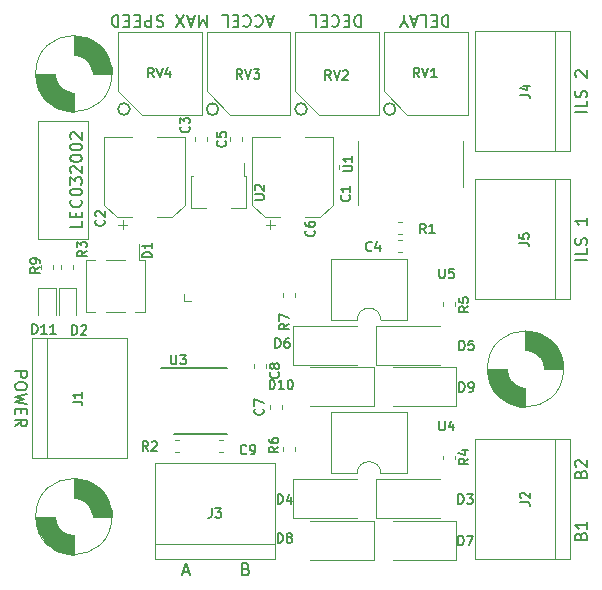
<source format=gto>
G04 #@! TF.GenerationSoftware,KiCad,Pcbnew,6.0.9-8da3e8f707~116~ubuntu20.04.1*
G04 #@! TF.CreationDate,2023-04-19T18:18:49+00:00*
G04 #@! TF.ProjectId,LEC032002,4c454330-3332-4303-9032-2e6b69636164,rev?*
G04 #@! TF.SameCoordinates,Original*
G04 #@! TF.FileFunction,Legend,Top*
G04 #@! TF.FilePolarity,Positive*
%FSLAX46Y46*%
G04 Gerber Fmt 4.6, Leading zero omitted, Abs format (unit mm)*
G04 Created by KiCad (PCBNEW 6.0.9-8da3e8f707~116~ubuntu20.04.1) date 2023-04-19 18:18:49*
%MOMM*%
%LPD*%
G01*
G04 APERTURE LIST*
%ADD10C,0.120000*%
%ADD11C,0.150000*%
%ADD12C,0.200000*%
%ADD13C,0.010000*%
G04 APERTURE END LIST*
D10*
X159750000Y-82750000D02*
X159750000Y-92750000D01*
X159750000Y-92750000D02*
X164000000Y-92750000D01*
X164000000Y-92750000D02*
X164000000Y-82750000D01*
X164000000Y-82750000D02*
X159750000Y-82750000D01*
D11*
X194476190Y-73797619D02*
X194476190Y-74797619D01*
X194238095Y-74797619D01*
X194095238Y-74750000D01*
X194000000Y-74654761D01*
X193952380Y-74559523D01*
X193904761Y-74369047D01*
X193904761Y-74226190D01*
X193952380Y-74035714D01*
X194000000Y-73940476D01*
X194095238Y-73845238D01*
X194238095Y-73797619D01*
X194476190Y-73797619D01*
X193476190Y-74321428D02*
X193142857Y-74321428D01*
X193000000Y-73797619D02*
X193476190Y-73797619D01*
X193476190Y-74797619D01*
X193000000Y-74797619D01*
X192095238Y-73797619D02*
X192571428Y-73797619D01*
X192571428Y-74797619D01*
X191809523Y-74083333D02*
X191333333Y-74083333D01*
X191904761Y-73797619D02*
X191571428Y-74797619D01*
X191238095Y-73797619D01*
X190714285Y-74273809D02*
X190714285Y-73797619D01*
X191047619Y-74797619D02*
X190714285Y-74273809D01*
X190380952Y-74797619D01*
X205678571Y-112654761D02*
X205726190Y-112511904D01*
X205773809Y-112464285D01*
X205869047Y-112416666D01*
X206011904Y-112416666D01*
X206107142Y-112464285D01*
X206154761Y-112511904D01*
X206202380Y-112607142D01*
X206202380Y-112988095D01*
X205202380Y-112988095D01*
X205202380Y-112654761D01*
X205250000Y-112559523D01*
X205297619Y-112511904D01*
X205392857Y-112464285D01*
X205488095Y-112464285D01*
X205583333Y-112511904D01*
X205630952Y-112559523D01*
X205678571Y-112654761D01*
X205678571Y-112988095D01*
X205297619Y-112035714D02*
X205250000Y-111988095D01*
X205202380Y-111892857D01*
X205202380Y-111654761D01*
X205250000Y-111559523D01*
X205297619Y-111511904D01*
X205392857Y-111464285D01*
X205488095Y-111464285D01*
X205630952Y-111511904D01*
X206202380Y-112083333D01*
X206202380Y-111464285D01*
X157797619Y-103940476D02*
X158797619Y-103940476D01*
X158797619Y-104321428D01*
X158750000Y-104416666D01*
X158702380Y-104464285D01*
X158607142Y-104511904D01*
X158464285Y-104511904D01*
X158369047Y-104464285D01*
X158321428Y-104416666D01*
X158273809Y-104321428D01*
X158273809Y-103940476D01*
X158797619Y-105130952D02*
X158797619Y-105321428D01*
X158750000Y-105416666D01*
X158654761Y-105511904D01*
X158464285Y-105559523D01*
X158130952Y-105559523D01*
X157940476Y-105511904D01*
X157845238Y-105416666D01*
X157797619Y-105321428D01*
X157797619Y-105130952D01*
X157845238Y-105035714D01*
X157940476Y-104940476D01*
X158130952Y-104892857D01*
X158464285Y-104892857D01*
X158654761Y-104940476D01*
X158750000Y-105035714D01*
X158797619Y-105130952D01*
X158797619Y-105892857D02*
X157797619Y-106130952D01*
X158511904Y-106321428D01*
X157797619Y-106511904D01*
X158797619Y-106750000D01*
X158321428Y-107130952D02*
X158321428Y-107464285D01*
X157797619Y-107607142D02*
X157797619Y-107130952D01*
X158797619Y-107130952D01*
X158797619Y-107607142D01*
X157797619Y-108607142D02*
X158273809Y-108273809D01*
X157797619Y-108035714D02*
X158797619Y-108035714D01*
X158797619Y-108416666D01*
X158750000Y-108511904D01*
X158702380Y-108559523D01*
X158607142Y-108607142D01*
X158464285Y-108607142D01*
X158369047Y-108559523D01*
X158321428Y-108511904D01*
X158273809Y-108416666D01*
X158273809Y-108035714D01*
X205678571Y-117904761D02*
X205726190Y-117761904D01*
X205773809Y-117714285D01*
X205869047Y-117666666D01*
X206011904Y-117666666D01*
X206107142Y-117714285D01*
X206154761Y-117761904D01*
X206202380Y-117857142D01*
X206202380Y-118238095D01*
X205202380Y-118238095D01*
X205202380Y-117904761D01*
X205250000Y-117809523D01*
X205297619Y-117761904D01*
X205392857Y-117714285D01*
X205488095Y-117714285D01*
X205583333Y-117761904D01*
X205630952Y-117809523D01*
X205678571Y-117904761D01*
X205678571Y-118238095D01*
X206202380Y-116714285D02*
X206202380Y-117285714D01*
X206202380Y-117000000D02*
X205202380Y-117000000D01*
X205345238Y-117095238D01*
X205440476Y-117190476D01*
X205488095Y-117285714D01*
X163452380Y-91250000D02*
X163452380Y-91726190D01*
X162452380Y-91726190D01*
X162928571Y-90916666D02*
X162928571Y-90583333D01*
X163452380Y-90440476D02*
X163452380Y-90916666D01*
X162452380Y-90916666D01*
X162452380Y-90440476D01*
X163357142Y-89440476D02*
X163404761Y-89488095D01*
X163452380Y-89630952D01*
X163452380Y-89726190D01*
X163404761Y-89869047D01*
X163309523Y-89964285D01*
X163214285Y-90011904D01*
X163023809Y-90059523D01*
X162880952Y-90059523D01*
X162690476Y-90011904D01*
X162595238Y-89964285D01*
X162500000Y-89869047D01*
X162452380Y-89726190D01*
X162452380Y-89630952D01*
X162500000Y-89488095D01*
X162547619Y-89440476D01*
X162452380Y-88821428D02*
X162452380Y-88726190D01*
X162500000Y-88630952D01*
X162547619Y-88583333D01*
X162642857Y-88535714D01*
X162833333Y-88488095D01*
X163071428Y-88488095D01*
X163261904Y-88535714D01*
X163357142Y-88583333D01*
X163404761Y-88630952D01*
X163452380Y-88726190D01*
X163452380Y-88821428D01*
X163404761Y-88916666D01*
X163357142Y-88964285D01*
X163261904Y-89011904D01*
X163071428Y-89059523D01*
X162833333Y-89059523D01*
X162642857Y-89011904D01*
X162547619Y-88964285D01*
X162500000Y-88916666D01*
X162452380Y-88821428D01*
X162452380Y-88154761D02*
X162452380Y-87535714D01*
X162833333Y-87869047D01*
X162833333Y-87726190D01*
X162880952Y-87630952D01*
X162928571Y-87583333D01*
X163023809Y-87535714D01*
X163261904Y-87535714D01*
X163357142Y-87583333D01*
X163404761Y-87630952D01*
X163452380Y-87726190D01*
X163452380Y-88011904D01*
X163404761Y-88107142D01*
X163357142Y-88154761D01*
X162547619Y-87154761D02*
X162500000Y-87107142D01*
X162452380Y-87011904D01*
X162452380Y-86773809D01*
X162500000Y-86678571D01*
X162547619Y-86630952D01*
X162642857Y-86583333D01*
X162738095Y-86583333D01*
X162880952Y-86630952D01*
X163452380Y-87202380D01*
X163452380Y-86583333D01*
X162452380Y-85964285D02*
X162452380Y-85869047D01*
X162500000Y-85773809D01*
X162547619Y-85726190D01*
X162642857Y-85678571D01*
X162833333Y-85630952D01*
X163071428Y-85630952D01*
X163261904Y-85678571D01*
X163357142Y-85726190D01*
X163404761Y-85773809D01*
X163452380Y-85869047D01*
X163452380Y-85964285D01*
X163404761Y-86059523D01*
X163357142Y-86107142D01*
X163261904Y-86154761D01*
X163071428Y-86202380D01*
X162833333Y-86202380D01*
X162642857Y-86154761D01*
X162547619Y-86107142D01*
X162500000Y-86059523D01*
X162452380Y-85964285D01*
X162452380Y-85011904D02*
X162452380Y-84916666D01*
X162500000Y-84821428D01*
X162547619Y-84773809D01*
X162642857Y-84726190D01*
X162833333Y-84678571D01*
X163071428Y-84678571D01*
X163261904Y-84726190D01*
X163357142Y-84773809D01*
X163404761Y-84821428D01*
X163452380Y-84916666D01*
X163452380Y-85011904D01*
X163404761Y-85107142D01*
X163357142Y-85154761D01*
X163261904Y-85202380D01*
X163071428Y-85250000D01*
X162833333Y-85250000D01*
X162642857Y-85202380D01*
X162547619Y-85154761D01*
X162500000Y-85107142D01*
X162452380Y-85011904D01*
X162547619Y-84297619D02*
X162500000Y-84250000D01*
X162452380Y-84154761D01*
X162452380Y-83916666D01*
X162500000Y-83821428D01*
X162547619Y-83773809D01*
X162642857Y-83726190D01*
X162738095Y-83726190D01*
X162880952Y-83773809D01*
X163452380Y-84345238D01*
X163452380Y-83726190D01*
X177321428Y-120678571D02*
X177464285Y-120726190D01*
X177511904Y-120773809D01*
X177559523Y-120869047D01*
X177559523Y-121011904D01*
X177511904Y-121107142D01*
X177464285Y-121154761D01*
X177369047Y-121202380D01*
X176988095Y-121202380D01*
X176988095Y-120202380D01*
X177321428Y-120202380D01*
X177416666Y-120250000D01*
X177464285Y-120297619D01*
X177511904Y-120392857D01*
X177511904Y-120488095D01*
X177464285Y-120583333D01*
X177416666Y-120630952D01*
X177321428Y-120678571D01*
X176988095Y-120678571D01*
X206202380Y-94488095D02*
X205202380Y-94488095D01*
X206202380Y-93535714D02*
X206202380Y-94011904D01*
X205202380Y-94011904D01*
X206154761Y-93250000D02*
X206202380Y-93107142D01*
X206202380Y-92869047D01*
X206154761Y-92773809D01*
X206107142Y-92726190D01*
X206011904Y-92678571D01*
X205916666Y-92678571D01*
X205821428Y-92726190D01*
X205773809Y-92773809D01*
X205726190Y-92869047D01*
X205678571Y-93059523D01*
X205630952Y-93154761D01*
X205583333Y-93202380D01*
X205488095Y-93250000D01*
X205392857Y-93250000D01*
X205297619Y-93202380D01*
X205250000Y-93154761D01*
X205202380Y-93059523D01*
X205202380Y-92821428D01*
X205250000Y-92678571D01*
X206202380Y-90964285D02*
X206202380Y-91535714D01*
X206202380Y-91250000D02*
X205202380Y-91250000D01*
X205345238Y-91345238D01*
X205440476Y-91440476D01*
X205488095Y-91535714D01*
X172011904Y-120916666D02*
X172488095Y-120916666D01*
X171916666Y-121202380D02*
X172250000Y-120202380D01*
X172583333Y-121202380D01*
X206202380Y-81988095D02*
X205202380Y-81988095D01*
X206202380Y-81035714D02*
X206202380Y-81511904D01*
X205202380Y-81511904D01*
X206154761Y-80750000D02*
X206202380Y-80607142D01*
X206202380Y-80369047D01*
X206154761Y-80273809D01*
X206107142Y-80226190D01*
X206011904Y-80178571D01*
X205916666Y-80178571D01*
X205821428Y-80226190D01*
X205773809Y-80273809D01*
X205726190Y-80369047D01*
X205678571Y-80559523D01*
X205630952Y-80654761D01*
X205583333Y-80702380D01*
X205488095Y-80750000D01*
X205392857Y-80750000D01*
X205297619Y-80702380D01*
X205250000Y-80654761D01*
X205202380Y-80559523D01*
X205202380Y-80321428D01*
X205250000Y-80178571D01*
X205297619Y-79035714D02*
X205250000Y-78988095D01*
X205202380Y-78892857D01*
X205202380Y-78654761D01*
X205250000Y-78559523D01*
X205297619Y-78511904D01*
X205392857Y-78464285D01*
X205488095Y-78464285D01*
X205630952Y-78511904D01*
X206202380Y-79083333D01*
X206202380Y-78464285D01*
X174000000Y-73797619D02*
X174000000Y-74797619D01*
X173666666Y-74083333D01*
X173333333Y-74797619D01*
X173333333Y-73797619D01*
X172904761Y-74083333D02*
X172428571Y-74083333D01*
X173000000Y-73797619D02*
X172666666Y-74797619D01*
X172333333Y-73797619D01*
X172095238Y-74797619D02*
X171428571Y-73797619D01*
X171428571Y-74797619D02*
X172095238Y-73797619D01*
X170333333Y-73845238D02*
X170190476Y-73797619D01*
X169952380Y-73797619D01*
X169857142Y-73845238D01*
X169809523Y-73892857D01*
X169761904Y-73988095D01*
X169761904Y-74083333D01*
X169809523Y-74178571D01*
X169857142Y-74226190D01*
X169952380Y-74273809D01*
X170142857Y-74321428D01*
X170238095Y-74369047D01*
X170285714Y-74416666D01*
X170333333Y-74511904D01*
X170333333Y-74607142D01*
X170285714Y-74702380D01*
X170238095Y-74750000D01*
X170142857Y-74797619D01*
X169904761Y-74797619D01*
X169761904Y-74750000D01*
X169333333Y-73797619D02*
X169333333Y-74797619D01*
X168952380Y-74797619D01*
X168857142Y-74750000D01*
X168809523Y-74702380D01*
X168761904Y-74607142D01*
X168761904Y-74464285D01*
X168809523Y-74369047D01*
X168857142Y-74321428D01*
X168952380Y-74273809D01*
X169333333Y-74273809D01*
X168333333Y-74321428D02*
X168000000Y-74321428D01*
X167857142Y-73797619D02*
X168333333Y-73797619D01*
X168333333Y-74797619D01*
X167857142Y-74797619D01*
X167428571Y-74321428D02*
X167095238Y-74321428D01*
X166952380Y-73797619D02*
X167428571Y-73797619D01*
X167428571Y-74797619D01*
X166952380Y-74797619D01*
X166523809Y-73797619D02*
X166523809Y-74797619D01*
X166285714Y-74797619D01*
X166142857Y-74750000D01*
X166047619Y-74654761D01*
X166000000Y-74559523D01*
X165952380Y-74369047D01*
X165952380Y-74226190D01*
X166000000Y-74035714D01*
X166047619Y-73940476D01*
X166142857Y-73845238D01*
X166285714Y-73797619D01*
X166523809Y-73797619D01*
X187071428Y-73797619D02*
X187071428Y-74797619D01*
X186833333Y-74797619D01*
X186690476Y-74750000D01*
X186595238Y-74654761D01*
X186547619Y-74559523D01*
X186500000Y-74369047D01*
X186500000Y-74226190D01*
X186547619Y-74035714D01*
X186595238Y-73940476D01*
X186690476Y-73845238D01*
X186833333Y-73797619D01*
X187071428Y-73797619D01*
X186071428Y-74321428D02*
X185738095Y-74321428D01*
X185595238Y-73797619D02*
X186071428Y-73797619D01*
X186071428Y-74797619D01*
X185595238Y-74797619D01*
X184595238Y-73892857D02*
X184642857Y-73845238D01*
X184785714Y-73797619D01*
X184880952Y-73797619D01*
X185023809Y-73845238D01*
X185119047Y-73940476D01*
X185166666Y-74035714D01*
X185214285Y-74226190D01*
X185214285Y-74369047D01*
X185166666Y-74559523D01*
X185119047Y-74654761D01*
X185023809Y-74750000D01*
X184880952Y-74797619D01*
X184785714Y-74797619D01*
X184642857Y-74750000D01*
X184595238Y-74702380D01*
X184166666Y-74321428D02*
X183833333Y-74321428D01*
X183690476Y-73797619D02*
X184166666Y-73797619D01*
X184166666Y-74797619D01*
X183690476Y-74797619D01*
X182785714Y-73797619D02*
X183261904Y-73797619D01*
X183261904Y-74797619D01*
X179595238Y-74083333D02*
X179119047Y-74083333D01*
X179690476Y-73797619D02*
X179357142Y-74797619D01*
X179023809Y-73797619D01*
X178119047Y-73892857D02*
X178166666Y-73845238D01*
X178309523Y-73797619D01*
X178404761Y-73797619D01*
X178547619Y-73845238D01*
X178642857Y-73940476D01*
X178690476Y-74035714D01*
X178738095Y-74226190D01*
X178738095Y-74369047D01*
X178690476Y-74559523D01*
X178642857Y-74654761D01*
X178547619Y-74750000D01*
X178404761Y-74797619D01*
X178309523Y-74797619D01*
X178166666Y-74750000D01*
X178119047Y-74702380D01*
X177119047Y-73892857D02*
X177166666Y-73845238D01*
X177309523Y-73797619D01*
X177404761Y-73797619D01*
X177547619Y-73845238D01*
X177642857Y-73940476D01*
X177690476Y-74035714D01*
X177738095Y-74226190D01*
X177738095Y-74369047D01*
X177690476Y-74559523D01*
X177642857Y-74654761D01*
X177547619Y-74750000D01*
X177404761Y-74797619D01*
X177309523Y-74797619D01*
X177166666Y-74750000D01*
X177119047Y-74702380D01*
X176690476Y-74321428D02*
X176357142Y-74321428D01*
X176214285Y-73797619D02*
X176690476Y-73797619D01*
X176690476Y-74797619D01*
X176214285Y-74797619D01*
X175309523Y-73797619D02*
X175785714Y-73797619D01*
X175785714Y-74797619D01*
G04 #@! TO.C,C1*
X186085714Y-89033333D02*
X186123809Y-89071428D01*
X186161904Y-89185714D01*
X186161904Y-89261904D01*
X186123809Y-89376190D01*
X186047619Y-89452380D01*
X185971428Y-89490476D01*
X185819047Y-89528571D01*
X185704761Y-89528571D01*
X185552380Y-89490476D01*
X185476190Y-89452380D01*
X185400000Y-89376190D01*
X185361904Y-89261904D01*
X185361904Y-89185714D01*
X185400000Y-89071428D01*
X185438095Y-89033333D01*
X186161904Y-88271428D02*
X186161904Y-88728571D01*
X186161904Y-88500000D02*
X185361904Y-88500000D01*
X185476190Y-88576190D01*
X185552380Y-88652380D01*
X185590476Y-88728571D01*
G04 #@! TO.C,C2*
X165285714Y-91133333D02*
X165323809Y-91171428D01*
X165361904Y-91285714D01*
X165361904Y-91361904D01*
X165323809Y-91476190D01*
X165247619Y-91552380D01*
X165171428Y-91590476D01*
X165019047Y-91628571D01*
X164904761Y-91628571D01*
X164752380Y-91590476D01*
X164676190Y-91552380D01*
X164600000Y-91476190D01*
X164561904Y-91361904D01*
X164561904Y-91285714D01*
X164600000Y-91171428D01*
X164638095Y-91133333D01*
X164638095Y-90828571D02*
X164600000Y-90790476D01*
X164561904Y-90714285D01*
X164561904Y-90523809D01*
X164600000Y-90447619D01*
X164638095Y-90409523D01*
X164714285Y-90371428D01*
X164790476Y-90371428D01*
X164904761Y-90409523D01*
X165361904Y-90866666D01*
X165361904Y-90371428D01*
G04 #@! TO.C,C3*
X172485714Y-83233333D02*
X172523809Y-83271428D01*
X172561904Y-83385714D01*
X172561904Y-83461904D01*
X172523809Y-83576190D01*
X172447619Y-83652380D01*
X172371428Y-83690476D01*
X172219047Y-83728571D01*
X172104761Y-83728571D01*
X171952380Y-83690476D01*
X171876190Y-83652380D01*
X171800000Y-83576190D01*
X171761904Y-83461904D01*
X171761904Y-83385714D01*
X171800000Y-83271428D01*
X171838095Y-83233333D01*
X171761904Y-82966666D02*
X171761904Y-82471428D01*
X172066666Y-82738095D01*
X172066666Y-82623809D01*
X172104761Y-82547619D01*
X172142857Y-82509523D01*
X172219047Y-82471428D01*
X172409523Y-82471428D01*
X172485714Y-82509523D01*
X172523809Y-82547619D01*
X172561904Y-82623809D01*
X172561904Y-82852380D01*
X172523809Y-82928571D01*
X172485714Y-82966666D01*
G04 #@! TO.C,C4*
X187966666Y-93685714D02*
X187928571Y-93723809D01*
X187814285Y-93761904D01*
X187738095Y-93761904D01*
X187623809Y-93723809D01*
X187547619Y-93647619D01*
X187509523Y-93571428D01*
X187471428Y-93419047D01*
X187471428Y-93304761D01*
X187509523Y-93152380D01*
X187547619Y-93076190D01*
X187623809Y-93000000D01*
X187738095Y-92961904D01*
X187814285Y-92961904D01*
X187928571Y-93000000D01*
X187966666Y-93038095D01*
X188652380Y-93228571D02*
X188652380Y-93761904D01*
X188461904Y-92923809D02*
X188271428Y-93495238D01*
X188766666Y-93495238D01*
G04 #@! TO.C,C5*
X175585714Y-84433333D02*
X175623809Y-84471428D01*
X175661904Y-84585714D01*
X175661904Y-84661904D01*
X175623809Y-84776190D01*
X175547619Y-84852380D01*
X175471428Y-84890476D01*
X175319047Y-84928571D01*
X175204761Y-84928571D01*
X175052380Y-84890476D01*
X174976190Y-84852380D01*
X174900000Y-84776190D01*
X174861904Y-84661904D01*
X174861904Y-84585714D01*
X174900000Y-84471428D01*
X174938095Y-84433333D01*
X174861904Y-83709523D02*
X174861904Y-84090476D01*
X175242857Y-84128571D01*
X175204761Y-84090476D01*
X175166666Y-84014285D01*
X175166666Y-83823809D01*
X175204761Y-83747619D01*
X175242857Y-83709523D01*
X175319047Y-83671428D01*
X175509523Y-83671428D01*
X175585714Y-83709523D01*
X175623809Y-83747619D01*
X175661904Y-83823809D01*
X175661904Y-84014285D01*
X175623809Y-84090476D01*
X175585714Y-84128571D01*
G04 #@! TO.C,C6*
X183085714Y-92033333D02*
X183123809Y-92071428D01*
X183161904Y-92185714D01*
X183161904Y-92261904D01*
X183123809Y-92376190D01*
X183047619Y-92452380D01*
X182971428Y-92490476D01*
X182819047Y-92528571D01*
X182704761Y-92528571D01*
X182552380Y-92490476D01*
X182476190Y-92452380D01*
X182400000Y-92376190D01*
X182361904Y-92261904D01*
X182361904Y-92185714D01*
X182400000Y-92071428D01*
X182438095Y-92033333D01*
X182361904Y-91347619D02*
X182361904Y-91500000D01*
X182400000Y-91576190D01*
X182438095Y-91614285D01*
X182552380Y-91690476D01*
X182704761Y-91728571D01*
X183009523Y-91728571D01*
X183085714Y-91690476D01*
X183123809Y-91652380D01*
X183161904Y-91576190D01*
X183161904Y-91423809D01*
X183123809Y-91347619D01*
X183085714Y-91309523D01*
X183009523Y-91271428D01*
X182819047Y-91271428D01*
X182742857Y-91309523D01*
X182704761Y-91347619D01*
X182666666Y-91423809D01*
X182666666Y-91576190D01*
X182704761Y-91652380D01*
X182742857Y-91690476D01*
X182819047Y-91728571D01*
G04 #@! TO.C,C7*
X178755714Y-107133333D02*
X178793809Y-107171428D01*
X178831904Y-107285714D01*
X178831904Y-107361904D01*
X178793809Y-107476190D01*
X178717619Y-107552380D01*
X178641428Y-107590476D01*
X178489047Y-107628571D01*
X178374761Y-107628571D01*
X178222380Y-107590476D01*
X178146190Y-107552380D01*
X178070000Y-107476190D01*
X178031904Y-107361904D01*
X178031904Y-107285714D01*
X178070000Y-107171428D01*
X178108095Y-107133333D01*
X178031904Y-106866666D02*
X178031904Y-106333333D01*
X178831904Y-106676190D01*
G04 #@! TO.C,C8*
X180085714Y-104033333D02*
X180123809Y-104071428D01*
X180161904Y-104185714D01*
X180161904Y-104261904D01*
X180123809Y-104376190D01*
X180047619Y-104452380D01*
X179971428Y-104490476D01*
X179819047Y-104528571D01*
X179704761Y-104528571D01*
X179552380Y-104490476D01*
X179476190Y-104452380D01*
X179400000Y-104376190D01*
X179361904Y-104261904D01*
X179361904Y-104185714D01*
X179400000Y-104071428D01*
X179438095Y-104033333D01*
X179704761Y-103576190D02*
X179666666Y-103652380D01*
X179628571Y-103690476D01*
X179552380Y-103728571D01*
X179514285Y-103728571D01*
X179438095Y-103690476D01*
X179400000Y-103652380D01*
X179361904Y-103576190D01*
X179361904Y-103423809D01*
X179400000Y-103347619D01*
X179438095Y-103309523D01*
X179514285Y-103271428D01*
X179552380Y-103271428D01*
X179628571Y-103309523D01*
X179666666Y-103347619D01*
X179704761Y-103423809D01*
X179704761Y-103576190D01*
X179742857Y-103652380D01*
X179780952Y-103690476D01*
X179857142Y-103728571D01*
X180009523Y-103728571D01*
X180085714Y-103690476D01*
X180123809Y-103652380D01*
X180161904Y-103576190D01*
X180161904Y-103423809D01*
X180123809Y-103347619D01*
X180085714Y-103309523D01*
X180009523Y-103271428D01*
X179857142Y-103271428D01*
X179780952Y-103309523D01*
X179742857Y-103347619D01*
X179704761Y-103423809D01*
G04 #@! TO.C,C9*
X177366666Y-110885714D02*
X177328571Y-110923809D01*
X177214285Y-110961904D01*
X177138095Y-110961904D01*
X177023809Y-110923809D01*
X176947619Y-110847619D01*
X176909523Y-110771428D01*
X176871428Y-110619047D01*
X176871428Y-110504761D01*
X176909523Y-110352380D01*
X176947619Y-110276190D01*
X177023809Y-110200000D01*
X177138095Y-110161904D01*
X177214285Y-110161904D01*
X177328571Y-110200000D01*
X177366666Y-110238095D01*
X177747619Y-110961904D02*
X177900000Y-110961904D01*
X177976190Y-110923809D01*
X178014285Y-110885714D01*
X178090476Y-110771428D01*
X178128571Y-110619047D01*
X178128571Y-110314285D01*
X178090476Y-110238095D01*
X178052380Y-110200000D01*
X177976190Y-110161904D01*
X177823809Y-110161904D01*
X177747619Y-110200000D01*
X177709523Y-110238095D01*
X177671428Y-110314285D01*
X177671428Y-110504761D01*
X177709523Y-110580952D01*
X177747619Y-110619047D01*
X177823809Y-110657142D01*
X177976190Y-110657142D01*
X178052380Y-110619047D01*
X178090476Y-110580952D01*
X178128571Y-110504761D01*
G04 #@! TO.C,D1*
X169361904Y-94290476D02*
X168561904Y-94290476D01*
X168561904Y-94100000D01*
X168600000Y-93985714D01*
X168676190Y-93909523D01*
X168752380Y-93871428D01*
X168904761Y-93833333D01*
X169019047Y-93833333D01*
X169171428Y-93871428D01*
X169247619Y-93909523D01*
X169323809Y-93985714D01*
X169361904Y-94100000D01*
X169361904Y-94290476D01*
X169361904Y-93071428D02*
X169361904Y-93528571D01*
X169361904Y-93300000D02*
X168561904Y-93300000D01*
X168676190Y-93376190D01*
X168752380Y-93452380D01*
X168790476Y-93528571D01*
G04 #@! TO.C,D11*
X159228571Y-100761904D02*
X159228571Y-99961904D01*
X159419047Y-99961904D01*
X159533333Y-100000000D01*
X159609523Y-100076190D01*
X159647619Y-100152380D01*
X159685714Y-100304761D01*
X159685714Y-100419047D01*
X159647619Y-100571428D01*
X159609523Y-100647619D01*
X159533333Y-100723809D01*
X159419047Y-100761904D01*
X159228571Y-100761904D01*
X160447619Y-100761904D02*
X159990476Y-100761904D01*
X160219047Y-100761904D02*
X160219047Y-99961904D01*
X160142857Y-100076190D01*
X160066666Y-100152380D01*
X159990476Y-100190476D01*
X161209523Y-100761904D02*
X160752380Y-100761904D01*
X160980952Y-100761904D02*
X160980952Y-99961904D01*
X160904761Y-100076190D01*
X160828571Y-100152380D01*
X160752380Y-100190476D01*
G04 #@! TO.C,D3*
X195309523Y-115161904D02*
X195309523Y-114361904D01*
X195500000Y-114361904D01*
X195614285Y-114400000D01*
X195690476Y-114476190D01*
X195728571Y-114552380D01*
X195766666Y-114704761D01*
X195766666Y-114819047D01*
X195728571Y-114971428D01*
X195690476Y-115047619D01*
X195614285Y-115123809D01*
X195500000Y-115161904D01*
X195309523Y-115161904D01*
X196033333Y-114361904D02*
X196528571Y-114361904D01*
X196261904Y-114666666D01*
X196376190Y-114666666D01*
X196452380Y-114704761D01*
X196490476Y-114742857D01*
X196528571Y-114819047D01*
X196528571Y-115009523D01*
X196490476Y-115085714D01*
X196452380Y-115123809D01*
X196376190Y-115161904D01*
X196147619Y-115161904D01*
X196071428Y-115123809D01*
X196033333Y-115085714D01*
G04 #@! TO.C,D4*
X180009523Y-115161904D02*
X180009523Y-114361904D01*
X180200000Y-114361904D01*
X180314285Y-114400000D01*
X180390476Y-114476190D01*
X180428571Y-114552380D01*
X180466666Y-114704761D01*
X180466666Y-114819047D01*
X180428571Y-114971428D01*
X180390476Y-115047619D01*
X180314285Y-115123809D01*
X180200000Y-115161904D01*
X180009523Y-115161904D01*
X181152380Y-114628571D02*
X181152380Y-115161904D01*
X180961904Y-114323809D02*
X180771428Y-114895238D01*
X181266666Y-114895238D01*
G04 #@! TO.C,D5*
X195409523Y-102161904D02*
X195409523Y-101361904D01*
X195600000Y-101361904D01*
X195714285Y-101400000D01*
X195790476Y-101476190D01*
X195828571Y-101552380D01*
X195866666Y-101704761D01*
X195866666Y-101819047D01*
X195828571Y-101971428D01*
X195790476Y-102047619D01*
X195714285Y-102123809D01*
X195600000Y-102161904D01*
X195409523Y-102161904D01*
X196590476Y-101361904D02*
X196209523Y-101361904D01*
X196171428Y-101742857D01*
X196209523Y-101704761D01*
X196285714Y-101666666D01*
X196476190Y-101666666D01*
X196552380Y-101704761D01*
X196590476Y-101742857D01*
X196628571Y-101819047D01*
X196628571Y-102009523D01*
X196590476Y-102085714D01*
X196552380Y-102123809D01*
X196476190Y-102161904D01*
X196285714Y-102161904D01*
X196209523Y-102123809D01*
X196171428Y-102085714D01*
G04 #@! TO.C,D6*
X179809523Y-101961904D02*
X179809523Y-101161904D01*
X180000000Y-101161904D01*
X180114285Y-101200000D01*
X180190476Y-101276190D01*
X180228571Y-101352380D01*
X180266666Y-101504761D01*
X180266666Y-101619047D01*
X180228571Y-101771428D01*
X180190476Y-101847619D01*
X180114285Y-101923809D01*
X180000000Y-101961904D01*
X179809523Y-101961904D01*
X180952380Y-101161904D02*
X180800000Y-101161904D01*
X180723809Y-101200000D01*
X180685714Y-101238095D01*
X180609523Y-101352380D01*
X180571428Y-101504761D01*
X180571428Y-101809523D01*
X180609523Y-101885714D01*
X180647619Y-101923809D01*
X180723809Y-101961904D01*
X180876190Y-101961904D01*
X180952380Y-101923809D01*
X180990476Y-101885714D01*
X181028571Y-101809523D01*
X181028571Y-101619047D01*
X180990476Y-101542857D01*
X180952380Y-101504761D01*
X180876190Y-101466666D01*
X180723809Y-101466666D01*
X180647619Y-101504761D01*
X180609523Y-101542857D01*
X180571428Y-101619047D01*
G04 #@! TO.C,D7*
X195309523Y-118661904D02*
X195309523Y-117861904D01*
X195500000Y-117861904D01*
X195614285Y-117900000D01*
X195690476Y-117976190D01*
X195728571Y-118052380D01*
X195766666Y-118204761D01*
X195766666Y-118319047D01*
X195728571Y-118471428D01*
X195690476Y-118547619D01*
X195614285Y-118623809D01*
X195500000Y-118661904D01*
X195309523Y-118661904D01*
X196033333Y-117861904D02*
X196566666Y-117861904D01*
X196223809Y-118661904D01*
G04 #@! TO.C,D8*
X180009523Y-118461904D02*
X180009523Y-117661904D01*
X180200000Y-117661904D01*
X180314285Y-117700000D01*
X180390476Y-117776190D01*
X180428571Y-117852380D01*
X180466666Y-118004761D01*
X180466666Y-118119047D01*
X180428571Y-118271428D01*
X180390476Y-118347619D01*
X180314285Y-118423809D01*
X180200000Y-118461904D01*
X180009523Y-118461904D01*
X180923809Y-118004761D02*
X180847619Y-117966666D01*
X180809523Y-117928571D01*
X180771428Y-117852380D01*
X180771428Y-117814285D01*
X180809523Y-117738095D01*
X180847619Y-117700000D01*
X180923809Y-117661904D01*
X181076190Y-117661904D01*
X181152380Y-117700000D01*
X181190476Y-117738095D01*
X181228571Y-117814285D01*
X181228571Y-117852380D01*
X181190476Y-117928571D01*
X181152380Y-117966666D01*
X181076190Y-118004761D01*
X180923809Y-118004761D01*
X180847619Y-118042857D01*
X180809523Y-118080952D01*
X180771428Y-118157142D01*
X180771428Y-118309523D01*
X180809523Y-118385714D01*
X180847619Y-118423809D01*
X180923809Y-118461904D01*
X181076190Y-118461904D01*
X181152380Y-118423809D01*
X181190476Y-118385714D01*
X181228571Y-118309523D01*
X181228571Y-118157142D01*
X181190476Y-118080952D01*
X181152380Y-118042857D01*
X181076190Y-118004761D01*
G04 #@! TO.C,D9*
X195409523Y-105661904D02*
X195409523Y-104861904D01*
X195600000Y-104861904D01*
X195714285Y-104900000D01*
X195790476Y-104976190D01*
X195828571Y-105052380D01*
X195866666Y-105204761D01*
X195866666Y-105319047D01*
X195828571Y-105471428D01*
X195790476Y-105547619D01*
X195714285Y-105623809D01*
X195600000Y-105661904D01*
X195409523Y-105661904D01*
X196247619Y-105661904D02*
X196400000Y-105661904D01*
X196476190Y-105623809D01*
X196514285Y-105585714D01*
X196590476Y-105471428D01*
X196628571Y-105319047D01*
X196628571Y-105014285D01*
X196590476Y-104938095D01*
X196552380Y-104900000D01*
X196476190Y-104861904D01*
X196323809Y-104861904D01*
X196247619Y-104900000D01*
X196209523Y-104938095D01*
X196171428Y-105014285D01*
X196171428Y-105204761D01*
X196209523Y-105280952D01*
X196247619Y-105319047D01*
X196323809Y-105357142D01*
X196476190Y-105357142D01*
X196552380Y-105319047D01*
X196590476Y-105280952D01*
X196628571Y-105204761D01*
G04 #@! TO.C,D10*
X179328571Y-105461904D02*
X179328571Y-104661904D01*
X179519047Y-104661904D01*
X179633333Y-104700000D01*
X179709523Y-104776190D01*
X179747619Y-104852380D01*
X179785714Y-105004761D01*
X179785714Y-105119047D01*
X179747619Y-105271428D01*
X179709523Y-105347619D01*
X179633333Y-105423809D01*
X179519047Y-105461904D01*
X179328571Y-105461904D01*
X180547619Y-105461904D02*
X180090476Y-105461904D01*
X180319047Y-105461904D02*
X180319047Y-104661904D01*
X180242857Y-104776190D01*
X180166666Y-104852380D01*
X180090476Y-104890476D01*
X181042857Y-104661904D02*
X181119047Y-104661904D01*
X181195238Y-104700000D01*
X181233333Y-104738095D01*
X181271428Y-104814285D01*
X181309523Y-104966666D01*
X181309523Y-105157142D01*
X181271428Y-105309523D01*
X181233333Y-105385714D01*
X181195238Y-105423809D01*
X181119047Y-105461904D01*
X181042857Y-105461904D01*
X180966666Y-105423809D01*
X180928571Y-105385714D01*
X180890476Y-105309523D01*
X180852380Y-105157142D01*
X180852380Y-104966666D01*
X180890476Y-104814285D01*
X180928571Y-104738095D01*
X180966666Y-104700000D01*
X181042857Y-104661904D01*
G04 #@! TO.C,J1*
X162661904Y-106516666D02*
X163233333Y-106516666D01*
X163347619Y-106554761D01*
X163423809Y-106630952D01*
X163461904Y-106745238D01*
X163461904Y-106821428D01*
X163461904Y-105716666D02*
X163461904Y-106173809D01*
X163461904Y-105945238D02*
X162661904Y-105945238D01*
X162776190Y-106021428D01*
X162852380Y-106097619D01*
X162890476Y-106173809D01*
G04 #@! TO.C,J2*
X200561904Y-115016666D02*
X201133333Y-115016666D01*
X201247619Y-115054761D01*
X201323809Y-115130952D01*
X201361904Y-115245238D01*
X201361904Y-115321428D01*
X200638095Y-114673809D02*
X200600000Y-114635714D01*
X200561904Y-114559523D01*
X200561904Y-114369047D01*
X200600000Y-114292857D01*
X200638095Y-114254761D01*
X200714285Y-114216666D01*
X200790476Y-114216666D01*
X200904761Y-114254761D01*
X201361904Y-114711904D01*
X201361904Y-114216666D01*
G04 #@! TO.C,J3*
X174433333Y-115561904D02*
X174433333Y-116133333D01*
X174395238Y-116247619D01*
X174319047Y-116323809D01*
X174204761Y-116361904D01*
X174128571Y-116361904D01*
X174738095Y-115561904D02*
X175233333Y-115561904D01*
X174966666Y-115866666D01*
X175080952Y-115866666D01*
X175157142Y-115904761D01*
X175195238Y-115942857D01*
X175233333Y-116019047D01*
X175233333Y-116209523D01*
X175195238Y-116285714D01*
X175157142Y-116323809D01*
X175080952Y-116361904D01*
X174852380Y-116361904D01*
X174776190Y-116323809D01*
X174738095Y-116285714D01*
G04 #@! TO.C,J4*
X200561904Y-80516666D02*
X201133333Y-80516666D01*
X201247619Y-80554761D01*
X201323809Y-80630952D01*
X201361904Y-80745238D01*
X201361904Y-80821428D01*
X200828571Y-79792857D02*
X201361904Y-79792857D01*
X200523809Y-79983333D02*
X201095238Y-80173809D01*
X201095238Y-79678571D01*
G04 #@! TO.C,J5*
X200461904Y-93066666D02*
X201033333Y-93066666D01*
X201147619Y-93104761D01*
X201223809Y-93180952D01*
X201261904Y-93295238D01*
X201261904Y-93371428D01*
X200461904Y-92304761D02*
X200461904Y-92685714D01*
X200842857Y-92723809D01*
X200804761Y-92685714D01*
X200766666Y-92609523D01*
X200766666Y-92419047D01*
X200804761Y-92342857D01*
X200842857Y-92304761D01*
X200919047Y-92266666D01*
X201109523Y-92266666D01*
X201185714Y-92304761D01*
X201223809Y-92342857D01*
X201261904Y-92419047D01*
X201261904Y-92609523D01*
X201223809Y-92685714D01*
X201185714Y-92723809D01*
G04 #@! TO.C,R1*
X192566666Y-92261904D02*
X192300000Y-91880952D01*
X192109523Y-92261904D02*
X192109523Y-91461904D01*
X192414285Y-91461904D01*
X192490476Y-91500000D01*
X192528571Y-91538095D01*
X192566666Y-91614285D01*
X192566666Y-91728571D01*
X192528571Y-91804761D01*
X192490476Y-91842857D01*
X192414285Y-91880952D01*
X192109523Y-91880952D01*
X193328571Y-92261904D02*
X192871428Y-92261904D01*
X193100000Y-92261904D02*
X193100000Y-91461904D01*
X193023809Y-91576190D01*
X192947619Y-91652380D01*
X192871428Y-91690476D01*
G04 #@! TO.C,R2*
X169066666Y-110661904D02*
X168800000Y-110280952D01*
X168609523Y-110661904D02*
X168609523Y-109861904D01*
X168914285Y-109861904D01*
X168990476Y-109900000D01*
X169028571Y-109938095D01*
X169066666Y-110014285D01*
X169066666Y-110128571D01*
X169028571Y-110204761D01*
X168990476Y-110242857D01*
X168914285Y-110280952D01*
X168609523Y-110280952D01*
X169371428Y-109938095D02*
X169409523Y-109900000D01*
X169485714Y-109861904D01*
X169676190Y-109861904D01*
X169752380Y-109900000D01*
X169790476Y-109938095D01*
X169828571Y-110014285D01*
X169828571Y-110090476D01*
X169790476Y-110204761D01*
X169333333Y-110661904D01*
X169828571Y-110661904D01*
G04 #@! TO.C,R3*
X163861904Y-93733333D02*
X163480952Y-94000000D01*
X163861904Y-94190476D02*
X163061904Y-94190476D01*
X163061904Y-93885714D01*
X163100000Y-93809523D01*
X163138095Y-93771428D01*
X163214285Y-93733333D01*
X163328571Y-93733333D01*
X163404761Y-93771428D01*
X163442857Y-93809523D01*
X163480952Y-93885714D01*
X163480952Y-94190476D01*
X163061904Y-93466666D02*
X163061904Y-92971428D01*
X163366666Y-93238095D01*
X163366666Y-93123809D01*
X163404761Y-93047619D01*
X163442857Y-93009523D01*
X163519047Y-92971428D01*
X163709523Y-92971428D01*
X163785714Y-93009523D01*
X163823809Y-93047619D01*
X163861904Y-93123809D01*
X163861904Y-93352380D01*
X163823809Y-93428571D01*
X163785714Y-93466666D01*
G04 #@! TO.C,R4*
X196161904Y-111333333D02*
X195780952Y-111600000D01*
X196161904Y-111790476D02*
X195361904Y-111790476D01*
X195361904Y-111485714D01*
X195400000Y-111409523D01*
X195438095Y-111371428D01*
X195514285Y-111333333D01*
X195628571Y-111333333D01*
X195704761Y-111371428D01*
X195742857Y-111409523D01*
X195780952Y-111485714D01*
X195780952Y-111790476D01*
X195628571Y-110647619D02*
X196161904Y-110647619D01*
X195323809Y-110838095D02*
X195895238Y-111028571D01*
X195895238Y-110533333D01*
G04 #@! TO.C,R5*
X196161904Y-98433333D02*
X195780952Y-98700000D01*
X196161904Y-98890476D02*
X195361904Y-98890476D01*
X195361904Y-98585714D01*
X195400000Y-98509523D01*
X195438095Y-98471428D01*
X195514285Y-98433333D01*
X195628571Y-98433333D01*
X195704761Y-98471428D01*
X195742857Y-98509523D01*
X195780952Y-98585714D01*
X195780952Y-98890476D01*
X195361904Y-97709523D02*
X195361904Y-98090476D01*
X195742857Y-98128571D01*
X195704761Y-98090476D01*
X195666666Y-98014285D01*
X195666666Y-97823809D01*
X195704761Y-97747619D01*
X195742857Y-97709523D01*
X195819047Y-97671428D01*
X196009523Y-97671428D01*
X196085714Y-97709523D01*
X196123809Y-97747619D01*
X196161904Y-97823809D01*
X196161904Y-98014285D01*
X196123809Y-98090476D01*
X196085714Y-98128571D01*
G04 #@! TO.C,R6*
X180061904Y-110333333D02*
X179680952Y-110600000D01*
X180061904Y-110790476D02*
X179261904Y-110790476D01*
X179261904Y-110485714D01*
X179300000Y-110409523D01*
X179338095Y-110371428D01*
X179414285Y-110333333D01*
X179528571Y-110333333D01*
X179604761Y-110371428D01*
X179642857Y-110409523D01*
X179680952Y-110485714D01*
X179680952Y-110790476D01*
X179261904Y-109647619D02*
X179261904Y-109800000D01*
X179300000Y-109876190D01*
X179338095Y-109914285D01*
X179452380Y-109990476D01*
X179604761Y-110028571D01*
X179909523Y-110028571D01*
X179985714Y-109990476D01*
X180023809Y-109952380D01*
X180061904Y-109876190D01*
X180061904Y-109723809D01*
X180023809Y-109647619D01*
X179985714Y-109609523D01*
X179909523Y-109571428D01*
X179719047Y-109571428D01*
X179642857Y-109609523D01*
X179604761Y-109647619D01*
X179566666Y-109723809D01*
X179566666Y-109876190D01*
X179604761Y-109952380D01*
X179642857Y-109990476D01*
X179719047Y-110028571D01*
G04 #@! TO.C,R7*
X180961904Y-99933333D02*
X180580952Y-100200000D01*
X180961904Y-100390476D02*
X180161904Y-100390476D01*
X180161904Y-100085714D01*
X180200000Y-100009523D01*
X180238095Y-99971428D01*
X180314285Y-99933333D01*
X180428571Y-99933333D01*
X180504761Y-99971428D01*
X180542857Y-100009523D01*
X180580952Y-100085714D01*
X180580952Y-100390476D01*
X180161904Y-99666666D02*
X180161904Y-99133333D01*
X180961904Y-99476190D01*
G04 #@! TO.C,RV1*
X192023809Y-79061904D02*
X191757142Y-78680952D01*
X191566666Y-79061904D02*
X191566666Y-78261904D01*
X191871428Y-78261904D01*
X191947619Y-78300000D01*
X191985714Y-78338095D01*
X192023809Y-78414285D01*
X192023809Y-78528571D01*
X191985714Y-78604761D01*
X191947619Y-78642857D01*
X191871428Y-78680952D01*
X191566666Y-78680952D01*
X192252380Y-78261904D02*
X192519047Y-79061904D01*
X192785714Y-78261904D01*
X193471428Y-79061904D02*
X193014285Y-79061904D01*
X193242857Y-79061904D02*
X193242857Y-78261904D01*
X193166666Y-78376190D01*
X193090476Y-78452380D01*
X193014285Y-78490476D01*
G04 #@! TO.C,RV2*
X184523809Y-79261904D02*
X184257142Y-78880952D01*
X184066666Y-79261904D02*
X184066666Y-78461904D01*
X184371428Y-78461904D01*
X184447619Y-78500000D01*
X184485714Y-78538095D01*
X184523809Y-78614285D01*
X184523809Y-78728571D01*
X184485714Y-78804761D01*
X184447619Y-78842857D01*
X184371428Y-78880952D01*
X184066666Y-78880952D01*
X184752380Y-78461904D02*
X185019047Y-79261904D01*
X185285714Y-78461904D01*
X185514285Y-78538095D02*
X185552380Y-78500000D01*
X185628571Y-78461904D01*
X185819047Y-78461904D01*
X185895238Y-78500000D01*
X185933333Y-78538095D01*
X185971428Y-78614285D01*
X185971428Y-78690476D01*
X185933333Y-78804761D01*
X185476190Y-79261904D01*
X185971428Y-79261904D01*
G04 #@! TO.C,RV3*
X177023809Y-79161904D02*
X176757142Y-78780952D01*
X176566666Y-79161904D02*
X176566666Y-78361904D01*
X176871428Y-78361904D01*
X176947619Y-78400000D01*
X176985714Y-78438095D01*
X177023809Y-78514285D01*
X177023809Y-78628571D01*
X176985714Y-78704761D01*
X176947619Y-78742857D01*
X176871428Y-78780952D01*
X176566666Y-78780952D01*
X177252380Y-78361904D02*
X177519047Y-79161904D01*
X177785714Y-78361904D01*
X177976190Y-78361904D02*
X178471428Y-78361904D01*
X178204761Y-78666666D01*
X178319047Y-78666666D01*
X178395238Y-78704761D01*
X178433333Y-78742857D01*
X178471428Y-78819047D01*
X178471428Y-79009523D01*
X178433333Y-79085714D01*
X178395238Y-79123809D01*
X178319047Y-79161904D01*
X178090476Y-79161904D01*
X178014285Y-79123809D01*
X177976190Y-79085714D01*
G04 #@! TO.C,U1*
X185531904Y-87009523D02*
X186179523Y-87009523D01*
X186255714Y-86971428D01*
X186293809Y-86933333D01*
X186331904Y-86857142D01*
X186331904Y-86704761D01*
X186293809Y-86628571D01*
X186255714Y-86590476D01*
X186179523Y-86552380D01*
X185531904Y-86552380D01*
X186331904Y-85752380D02*
X186331904Y-86209523D01*
X186331904Y-85980952D02*
X185531904Y-85980952D01*
X185646190Y-86057142D01*
X185722380Y-86133333D01*
X185760476Y-86209523D01*
G04 #@! TO.C,U2*
X178061904Y-89409523D02*
X178709523Y-89409523D01*
X178785714Y-89371428D01*
X178823809Y-89333333D01*
X178861904Y-89257142D01*
X178861904Y-89104761D01*
X178823809Y-89028571D01*
X178785714Y-88990476D01*
X178709523Y-88952380D01*
X178061904Y-88952380D01*
X178138095Y-88609523D02*
X178100000Y-88571428D01*
X178061904Y-88495238D01*
X178061904Y-88304761D01*
X178100000Y-88228571D01*
X178138095Y-88190476D01*
X178214285Y-88152380D01*
X178290476Y-88152380D01*
X178404761Y-88190476D01*
X178861904Y-88647619D01*
X178861904Y-88152380D01*
G04 #@! TO.C,U3*
X170990476Y-102561904D02*
X170990476Y-103209523D01*
X171028571Y-103285714D01*
X171066666Y-103323809D01*
X171142857Y-103361904D01*
X171295238Y-103361904D01*
X171371428Y-103323809D01*
X171409523Y-103285714D01*
X171447619Y-103209523D01*
X171447619Y-102561904D01*
X171752380Y-102561904D02*
X172247619Y-102561904D01*
X171980952Y-102866666D01*
X172095238Y-102866666D01*
X172171428Y-102904761D01*
X172209523Y-102942857D01*
X172247619Y-103019047D01*
X172247619Y-103209523D01*
X172209523Y-103285714D01*
X172171428Y-103323809D01*
X172095238Y-103361904D01*
X171866666Y-103361904D01*
X171790476Y-103323809D01*
X171752380Y-103285714D01*
G04 #@! TO.C,U4*
X193690476Y-108161904D02*
X193690476Y-108809523D01*
X193728571Y-108885714D01*
X193766666Y-108923809D01*
X193842857Y-108961904D01*
X193995238Y-108961904D01*
X194071428Y-108923809D01*
X194109523Y-108885714D01*
X194147619Y-108809523D01*
X194147619Y-108161904D01*
X194871428Y-108428571D02*
X194871428Y-108961904D01*
X194680952Y-108123809D02*
X194490476Y-108695238D01*
X194985714Y-108695238D01*
G04 #@! TO.C,U5*
X193690476Y-95261904D02*
X193690476Y-95909523D01*
X193728571Y-95985714D01*
X193766666Y-96023809D01*
X193842857Y-96061904D01*
X193995238Y-96061904D01*
X194071428Y-96023809D01*
X194109523Y-95985714D01*
X194147619Y-95909523D01*
X194147619Y-95261904D01*
X194909523Y-95261904D02*
X194528571Y-95261904D01*
X194490476Y-95642857D01*
X194528571Y-95604761D01*
X194604761Y-95566666D01*
X194795238Y-95566666D01*
X194871428Y-95604761D01*
X194909523Y-95642857D01*
X194947619Y-95719047D01*
X194947619Y-95909523D01*
X194909523Y-95985714D01*
X194871428Y-96023809D01*
X194795238Y-96061904D01*
X194604761Y-96061904D01*
X194528571Y-96023809D01*
X194490476Y-95985714D01*
G04 #@! TO.C,RV4*
X169523809Y-79061904D02*
X169257142Y-78680952D01*
X169066666Y-79061904D02*
X169066666Y-78261904D01*
X169371428Y-78261904D01*
X169447619Y-78300000D01*
X169485714Y-78338095D01*
X169523809Y-78414285D01*
X169523809Y-78528571D01*
X169485714Y-78604761D01*
X169447619Y-78642857D01*
X169371428Y-78680952D01*
X169066666Y-78680952D01*
X169752380Y-78261904D02*
X170019047Y-79061904D01*
X170285714Y-78261904D01*
X170895238Y-78528571D02*
X170895238Y-79061904D01*
X170704761Y-78223809D02*
X170514285Y-78795238D01*
X171009523Y-78795238D01*
G04 #@! TO.C,D2*
X162609523Y-100861904D02*
X162609523Y-100061904D01*
X162800000Y-100061904D01*
X162914285Y-100100000D01*
X162990476Y-100176190D01*
X163028571Y-100252380D01*
X163066666Y-100404761D01*
X163066666Y-100519047D01*
X163028571Y-100671428D01*
X162990476Y-100747619D01*
X162914285Y-100823809D01*
X162800000Y-100861904D01*
X162609523Y-100861904D01*
X163371428Y-100138095D02*
X163409523Y-100100000D01*
X163485714Y-100061904D01*
X163676190Y-100061904D01*
X163752380Y-100100000D01*
X163790476Y-100138095D01*
X163828571Y-100214285D01*
X163828571Y-100290476D01*
X163790476Y-100404761D01*
X163333333Y-100861904D01*
X163828571Y-100861904D01*
G04 #@! TO.C,R9*
X159861904Y-95133333D02*
X159480952Y-95400000D01*
X159861904Y-95590476D02*
X159061904Y-95590476D01*
X159061904Y-95285714D01*
X159100000Y-95209523D01*
X159138095Y-95171428D01*
X159214285Y-95133333D01*
X159328571Y-95133333D01*
X159404761Y-95171428D01*
X159442857Y-95209523D01*
X159480952Y-95285714D01*
X159480952Y-95590476D01*
X159861904Y-94752380D02*
X159861904Y-94600000D01*
X159823809Y-94523809D01*
X159785714Y-94485714D01*
X159671428Y-94409523D01*
X159519047Y-94371428D01*
X159214285Y-94371428D01*
X159138095Y-94409523D01*
X159100000Y-94447619D01*
X159061904Y-94523809D01*
X159061904Y-94676190D01*
X159100000Y-94752380D01*
X159138095Y-94790476D01*
X159214285Y-94828571D01*
X159404761Y-94828571D01*
X159480952Y-94790476D01*
X159519047Y-94752380D01*
X159557142Y-94676190D01*
X159557142Y-94523809D01*
X159519047Y-94447619D01*
X159480952Y-94409523D01*
X159404761Y-94371428D01*
D10*
G04 #@! TO.C,C1*
X185240000Y-86812779D02*
X185240000Y-86487221D01*
X186260000Y-86812779D02*
X186260000Y-86487221D01*
G04 #@! TO.C,C2*
X166508750Y-91543750D02*
X167296250Y-91543750D01*
X166404437Y-90910000D02*
X167690000Y-90910000D01*
X166404437Y-90910000D02*
X165340000Y-89845563D01*
X165340000Y-84090000D02*
X167690000Y-84090000D01*
X165340000Y-89845563D02*
X165340000Y-84090000D01*
X171095563Y-90910000D02*
X169810000Y-90910000D01*
X172160000Y-84090000D02*
X169810000Y-84090000D01*
X172160000Y-89845563D02*
X172160000Y-84090000D01*
X171095563Y-90910000D02*
X172160000Y-89845563D01*
X166902500Y-91937500D02*
X166902500Y-91150000D01*
G04 #@! TO.C,C3*
X172990000Y-84412779D02*
X172990000Y-84087221D01*
X174010000Y-84412779D02*
X174010000Y-84087221D01*
G04 #@! TO.C,C4*
X190562779Y-92840000D02*
X190237221Y-92840000D01*
X190562779Y-93860000D02*
X190237221Y-93860000D01*
G04 #@! TO.C,C5*
X175990000Y-84412779D02*
X175990000Y-84087221D01*
X177010000Y-84412779D02*
X177010000Y-84087221D01*
G04 #@! TO.C,C6*
X179008750Y-91543750D02*
X179796250Y-91543750D01*
X183595563Y-90910000D02*
X184660000Y-89845563D01*
X183595563Y-90910000D02*
X182310000Y-90910000D01*
X178904437Y-90910000D02*
X180190000Y-90910000D01*
X177840000Y-89845563D02*
X177840000Y-84090000D01*
X184660000Y-84090000D02*
X182310000Y-84090000D01*
X179402500Y-91937500D02*
X179402500Y-91150000D01*
X184660000Y-89845563D02*
X184660000Y-84090000D01*
X177840000Y-84090000D02*
X180190000Y-84090000D01*
X178904437Y-90910000D02*
X177840000Y-89845563D01*
G04 #@! TO.C,C7*
X180410000Y-107162779D02*
X180410000Y-106837221D01*
X179390000Y-107162779D02*
X179390000Y-106837221D01*
G04 #@! TO.C,C8*
X177990000Y-103337221D02*
X177990000Y-103662779D01*
X179010000Y-103337221D02*
X179010000Y-103662779D01*
G04 #@! TO.C,C9*
X175412779Y-109740000D02*
X175087221Y-109740000D01*
X175412779Y-110760000D02*
X175087221Y-110760000D01*
G04 #@! TO.C,D1*
X167950000Y-98950000D02*
X168750000Y-98950000D01*
X168750000Y-94550000D02*
X168250000Y-94550000D01*
X168250000Y-94550000D02*
X168250000Y-93150000D01*
X163750000Y-94550000D02*
X164550000Y-94550000D01*
X163750000Y-98950000D02*
X163750000Y-94550000D01*
X164550000Y-98950000D02*
X163750000Y-98950000D01*
X168750000Y-98950000D02*
X168750000Y-94550000D01*
X167050000Y-98950000D02*
X165450000Y-98950000D01*
X167050000Y-94550000D02*
X165450000Y-94550000D01*
G04 #@! TO.C,D11*
X161235000Y-96915000D02*
X159765000Y-96915000D01*
X161235000Y-99200000D02*
X161235000Y-96915000D01*
X159765000Y-96915000D02*
X159765000Y-99200000D01*
G04 #@! TO.C,D3*
X188350000Y-113100000D02*
X193750000Y-113100000D01*
X188350000Y-113100000D02*
X188350000Y-116400000D01*
X188350000Y-116400000D02*
X193750000Y-116400000D01*
G04 #@! TO.C,D4*
X181350000Y-113100000D02*
X186750000Y-113100000D01*
X181350000Y-113100000D02*
X181350000Y-116400000D01*
X181350000Y-116400000D02*
X186750000Y-116400000D01*
G04 #@! TO.C,D5*
X188350000Y-100100000D02*
X188350000Y-103400000D01*
X188350000Y-100100000D02*
X193750000Y-100100000D01*
X188350000Y-103400000D02*
X193750000Y-103400000D01*
G04 #@! TO.C,D6*
X181350000Y-100100000D02*
X186750000Y-100100000D01*
X181350000Y-103400000D02*
X186750000Y-103400000D01*
X181350000Y-100100000D02*
X181350000Y-103400000D01*
G04 #@! TO.C,D7*
X195150000Y-119900000D02*
X195150000Y-116600000D01*
X195150000Y-116600000D02*
X189750000Y-116600000D01*
X195150000Y-119900000D02*
X189750000Y-119900000D01*
G04 #@! TO.C,D8*
X188150000Y-119900000D02*
X188150000Y-116600000D01*
X188150000Y-116600000D02*
X182750000Y-116600000D01*
X188150000Y-119900000D02*
X182750000Y-119900000D01*
G04 #@! TO.C,D9*
X195150000Y-106900000D02*
X189750000Y-106900000D01*
X195150000Y-103600000D02*
X189750000Y-103600000D01*
X195150000Y-106900000D02*
X195150000Y-103600000D01*
G04 #@! TO.C,D10*
X188150000Y-103600000D02*
X182750000Y-103600000D01*
X188150000Y-106900000D02*
X182750000Y-106900000D01*
X188150000Y-106900000D02*
X188150000Y-103600000D01*
G04 #@! TO.C,J1*
X159190000Y-111330000D02*
X167300000Y-111330000D01*
X167300000Y-101150000D02*
X159190000Y-101170000D01*
X160460000Y-111330000D02*
X160460000Y-101170000D01*
X159190000Y-101170000D02*
X159190000Y-111330000D01*
X167300000Y-111330000D02*
X167300000Y-101170000D01*
G04 #@! TO.C,J2*
X196690000Y-119830000D02*
X204810000Y-119830000D01*
X204810000Y-119830000D02*
X204810000Y-109670000D01*
X203540000Y-109670000D02*
X203540000Y-119830000D01*
X204810000Y-109670000D02*
X196690000Y-109670000D01*
X196690000Y-109670000D02*
X196690000Y-119830000D01*
G04 #@! TO.C,J3*
X179830000Y-119810000D02*
X179830000Y-111690000D01*
X179830000Y-118540000D02*
X169670000Y-118540000D01*
X169670000Y-119810000D02*
X179830000Y-119810000D01*
X179830000Y-111690000D02*
X169670000Y-111690000D01*
X169670000Y-111690000D02*
X169670000Y-119810000D01*
G04 #@! TO.C,J4*
X196690000Y-85330000D02*
X204810000Y-85330000D01*
X196690000Y-75170000D02*
X196690000Y-85330000D01*
X204810000Y-85330000D02*
X204810000Y-75170000D01*
X204810000Y-75170000D02*
X196690000Y-75170000D01*
X203540000Y-75170000D02*
X203540000Y-85330000D01*
G04 #@! TO.C,J5*
X203540000Y-87670000D02*
X203540000Y-97830000D01*
X196690000Y-87670000D02*
X196690000Y-97830000D01*
X204810000Y-97830000D02*
X204810000Y-87670000D01*
X204810000Y-87670000D02*
X196690000Y-87670000D01*
X196690000Y-97830000D02*
X204810000Y-97830000D01*
G04 #@! TO.C,PROG1*
X172710000Y-98020000D02*
X172075000Y-98020000D01*
X172075000Y-98020000D02*
X172075000Y-97385000D01*
G04 #@! TO.C,R1*
X190237221Y-91340000D02*
X190562779Y-91340000D01*
X190237221Y-92360000D02*
X190562779Y-92360000D01*
G04 #@! TO.C,R2*
X171337221Y-109740000D02*
X171662779Y-109740000D01*
X171337221Y-110760000D02*
X171662779Y-110760000D01*
G04 #@! TO.C,R3*
X161690000Y-95312779D02*
X161690000Y-94987221D01*
X162710000Y-95312779D02*
X162710000Y-94987221D01*
G04 #@! TO.C,R4*
X195010000Y-111412779D02*
X195010000Y-111087221D01*
X193990000Y-111412779D02*
X193990000Y-111087221D01*
G04 #@! TO.C,R5*
X193990000Y-98412779D02*
X193990000Y-98087221D01*
X195010000Y-98412779D02*
X195010000Y-98087221D01*
G04 #@! TO.C,R6*
X181510000Y-110337221D02*
X181510000Y-110662779D01*
X180490000Y-110337221D02*
X180490000Y-110662779D01*
G04 #@! TO.C,R7*
X180490000Y-97337221D02*
X180490000Y-97662779D01*
X181510000Y-97337221D02*
X181510000Y-97662779D01*
G04 #@! TO.C,RV1*
X189000000Y-75250000D02*
X196100000Y-75250000D01*
X189000000Y-80250000D02*
X189000000Y-75250000D01*
X196100000Y-75250000D02*
X196100000Y-82250000D01*
X189000000Y-80250000D02*
X191000000Y-82250000D01*
X191000000Y-82250000D02*
X196100000Y-82250000D01*
D12*
X190000000Y-81750000D02*
G75*
G03*
X190000000Y-81750000I-500000J0D01*
G01*
D10*
G04 #@! TO.C,RV2*
X181500000Y-80250000D02*
X183500000Y-82250000D01*
X183500000Y-82250000D02*
X188600000Y-82250000D01*
X181500000Y-75250000D02*
X188600000Y-75250000D01*
X181500000Y-80250000D02*
X181500000Y-75250000D01*
X188600000Y-75250000D02*
X188600000Y-82250000D01*
D12*
X182500000Y-81750000D02*
G75*
G03*
X182500000Y-81750000I-500000J0D01*
G01*
D10*
G04 #@! TO.C,RV3*
X181100000Y-75250000D02*
X181100000Y-82250000D01*
X174000000Y-75250000D02*
X181100000Y-75250000D01*
X176000000Y-82250000D02*
X181100000Y-82250000D01*
X174000000Y-80250000D02*
X176000000Y-82250000D01*
X174000000Y-80250000D02*
X174000000Y-75250000D01*
D12*
X175000000Y-81750000D02*
G75*
G03*
X175000000Y-81750000I-500000J0D01*
G01*
D10*
G04 #@! TO.C,U1*
X195685000Y-86400000D02*
X195685000Y-88350000D01*
X195685000Y-86400000D02*
X195685000Y-84450000D01*
X186815000Y-86400000D02*
X186815000Y-89850000D01*
X186815000Y-86400000D02*
X186815000Y-84450000D01*
G04 #@! TO.C,U2*
X172640000Y-87440000D02*
X172870000Y-87440000D01*
X173950000Y-90160000D02*
X172640000Y-90160000D01*
X177360000Y-87440000D02*
X177130000Y-87440000D01*
X177360000Y-90160000D02*
X176050000Y-90160000D01*
X172640000Y-90160000D02*
X172640000Y-87440000D01*
X177360000Y-87440000D02*
X177360000Y-90160000D01*
X177130000Y-86300000D02*
X177130000Y-87440000D01*
D11*
G04 #@! TO.C,U3*
X171250000Y-109225000D02*
X175750000Y-109225000D01*
X170125000Y-103675000D02*
X175750000Y-103675000D01*
D10*
G04 #@! TO.C,U4*
X184515000Y-107400000D02*
X184515000Y-112600000D01*
X184515000Y-112600000D02*
X186750000Y-112600000D01*
X188750000Y-112600000D02*
X190985000Y-112600000D01*
X190985000Y-112600000D02*
X190985000Y-107400000D01*
X190985000Y-107400000D02*
X184515000Y-107400000D01*
X188750000Y-112600000D02*
G75*
G03*
X186750000Y-112600000I-1000000J0D01*
G01*
G04 #@! TO.C,U5*
X184515000Y-94400000D02*
X184515000Y-99600000D01*
X188750000Y-99600000D02*
X190985000Y-99600000D01*
X190985000Y-99600000D02*
X190985000Y-94400000D01*
X184515000Y-99600000D02*
X186750000Y-99600000D01*
X190985000Y-94400000D02*
X184515000Y-94400000D01*
X188750000Y-99600000D02*
G75*
G03*
X186750000Y-99600000I-1000000J0D01*
G01*
G04 #@! TO.C,H3*
X165974903Y-116250000D02*
G75*
G03*
X165974903Y-116250000I-3224903J0D01*
G01*
G36*
X163250000Y-113050000D02*
G01*
X164250000Y-113350000D01*
X165050000Y-113950000D01*
X165550000Y-114650000D01*
X165850000Y-115350000D01*
X165950000Y-115750000D01*
X165950000Y-116250000D01*
X164350000Y-116250000D01*
X164350000Y-116150000D01*
X164250000Y-115750000D01*
X164050000Y-115350000D01*
X163650000Y-114950000D01*
X163250000Y-114750000D01*
X162850000Y-114650000D01*
X162750000Y-114650000D01*
X162750000Y-113025097D01*
X163250000Y-113050000D01*
G37*
D13*
X163250000Y-113050000D02*
X164250000Y-113350000D01*
X165050000Y-113950000D01*
X165550000Y-114650000D01*
X165850000Y-115350000D01*
X165950000Y-115750000D01*
X165950000Y-116250000D01*
X164350000Y-116250000D01*
X164350000Y-116150000D01*
X164250000Y-115750000D01*
X164050000Y-115350000D01*
X163650000Y-114950000D01*
X163250000Y-114750000D01*
X162850000Y-114650000D01*
X162750000Y-114650000D01*
X162750000Y-113025097D01*
X163250000Y-113050000D01*
G36*
X161150000Y-116350000D02*
G01*
X161250000Y-116750000D01*
X161450000Y-117150000D01*
X161850000Y-117550000D01*
X162250000Y-117750000D01*
X162650000Y-117850000D01*
X162750000Y-117850000D01*
X162750000Y-119474903D01*
X162250000Y-119450000D01*
X161250000Y-119150000D01*
X160450000Y-118550000D01*
X159950000Y-117850000D01*
X159650000Y-117150000D01*
X159550000Y-116750000D01*
X159550000Y-116250000D01*
X161150000Y-116250000D01*
X161150000Y-116350000D01*
G37*
X161150000Y-116350000D02*
X161250000Y-116750000D01*
X161450000Y-117150000D01*
X161850000Y-117550000D01*
X162250000Y-117750000D01*
X162650000Y-117850000D01*
X162750000Y-117850000D01*
X162750000Y-119474903D01*
X162250000Y-119450000D01*
X161250000Y-119150000D01*
X160450000Y-118550000D01*
X159950000Y-117850000D01*
X159650000Y-117150000D01*
X159550000Y-116750000D01*
X159550000Y-116250000D01*
X161150000Y-116250000D01*
X161150000Y-116350000D01*
D10*
G04 #@! TO.C,H1*
X165974903Y-78750000D02*
G75*
G03*
X165974903Y-78750000I-3224903J0D01*
G01*
G36*
X161150000Y-78850000D02*
G01*
X161250000Y-79250000D01*
X161450000Y-79650000D01*
X161850000Y-80050000D01*
X162250000Y-80250000D01*
X162650000Y-80350000D01*
X162750000Y-80350000D01*
X162750000Y-81974903D01*
X162250000Y-81950000D01*
X161250000Y-81650000D01*
X160450000Y-81050000D01*
X159950000Y-80350000D01*
X159650000Y-79650000D01*
X159550000Y-79250000D01*
X159550000Y-78750000D01*
X161150000Y-78750000D01*
X161150000Y-78850000D01*
G37*
D13*
X161150000Y-78850000D02*
X161250000Y-79250000D01*
X161450000Y-79650000D01*
X161850000Y-80050000D01*
X162250000Y-80250000D01*
X162650000Y-80350000D01*
X162750000Y-80350000D01*
X162750000Y-81974903D01*
X162250000Y-81950000D01*
X161250000Y-81650000D01*
X160450000Y-81050000D01*
X159950000Y-80350000D01*
X159650000Y-79650000D01*
X159550000Y-79250000D01*
X159550000Y-78750000D01*
X161150000Y-78750000D01*
X161150000Y-78850000D01*
G36*
X163250000Y-75550000D02*
G01*
X164250000Y-75850000D01*
X165050000Y-76450000D01*
X165550000Y-77150000D01*
X165850000Y-77850000D01*
X165950000Y-78250000D01*
X165950000Y-78750000D01*
X164350000Y-78750000D01*
X164350000Y-78650000D01*
X164250000Y-78250000D01*
X164050000Y-77850000D01*
X163650000Y-77450000D01*
X163250000Y-77250000D01*
X162850000Y-77150000D01*
X162750000Y-77150000D01*
X162750000Y-75525097D01*
X163250000Y-75550000D01*
G37*
X163250000Y-75550000D02*
X164250000Y-75850000D01*
X165050000Y-76450000D01*
X165550000Y-77150000D01*
X165850000Y-77850000D01*
X165950000Y-78250000D01*
X165950000Y-78750000D01*
X164350000Y-78750000D01*
X164350000Y-78650000D01*
X164250000Y-78250000D01*
X164050000Y-77850000D01*
X163650000Y-77450000D01*
X163250000Y-77250000D01*
X162850000Y-77150000D01*
X162750000Y-77150000D01*
X162750000Y-75525097D01*
X163250000Y-75550000D01*
D10*
G04 #@! TO.C,H2*
X204224903Y-103750000D02*
G75*
G03*
X204224903Y-103750000I-3224903J0D01*
G01*
G36*
X199400000Y-103850000D02*
G01*
X199500000Y-104250000D01*
X199700000Y-104650000D01*
X200100000Y-105050000D01*
X200500000Y-105250000D01*
X200900000Y-105350000D01*
X201000000Y-105350000D01*
X201000000Y-106974903D01*
X200500000Y-106950000D01*
X199500000Y-106650000D01*
X198700000Y-106050000D01*
X198200000Y-105350000D01*
X197900000Y-104650000D01*
X197800000Y-104250000D01*
X197800000Y-103750000D01*
X199400000Y-103750000D01*
X199400000Y-103850000D01*
G37*
D13*
X199400000Y-103850000D02*
X199500000Y-104250000D01*
X199700000Y-104650000D01*
X200100000Y-105050000D01*
X200500000Y-105250000D01*
X200900000Y-105350000D01*
X201000000Y-105350000D01*
X201000000Y-106974903D01*
X200500000Y-106950000D01*
X199500000Y-106650000D01*
X198700000Y-106050000D01*
X198200000Y-105350000D01*
X197900000Y-104650000D01*
X197800000Y-104250000D01*
X197800000Y-103750000D01*
X199400000Y-103750000D01*
X199400000Y-103850000D01*
G36*
X201500000Y-100550000D02*
G01*
X202500000Y-100850000D01*
X203300000Y-101450000D01*
X203800000Y-102150000D01*
X204100000Y-102850000D01*
X204200000Y-103250000D01*
X204200000Y-103750000D01*
X202600000Y-103750000D01*
X202600000Y-103650000D01*
X202500000Y-103250000D01*
X202300000Y-102850000D01*
X201900000Y-102450000D01*
X201500000Y-102250000D01*
X201100000Y-102150000D01*
X201000000Y-102150000D01*
X201000000Y-100525097D01*
X201500000Y-100550000D01*
G37*
X201500000Y-100550000D02*
X202500000Y-100850000D01*
X203300000Y-101450000D01*
X203800000Y-102150000D01*
X204100000Y-102850000D01*
X204200000Y-103250000D01*
X204200000Y-103750000D01*
X202600000Y-103750000D01*
X202600000Y-103650000D01*
X202500000Y-103250000D01*
X202300000Y-102850000D01*
X201900000Y-102450000D01*
X201500000Y-102250000D01*
X201100000Y-102150000D01*
X201000000Y-102150000D01*
X201000000Y-100525097D01*
X201500000Y-100550000D01*
D10*
G04 #@! TO.C,RV4*
X166500000Y-75250000D02*
X173600000Y-75250000D01*
X173600000Y-75250000D02*
X173600000Y-82250000D01*
X166500000Y-80250000D02*
X168500000Y-82250000D01*
X166500000Y-80250000D02*
X166500000Y-75250000D01*
X168500000Y-82250000D02*
X173600000Y-82250000D01*
D12*
X167500000Y-81750000D02*
G75*
G03*
X167500000Y-81750000I-500000J0D01*
G01*
D10*
G04 #@! TO.C,D2*
X162935000Y-99200000D02*
X162935000Y-96915000D01*
X162935000Y-96915000D02*
X161465000Y-96915000D01*
X161465000Y-96915000D02*
X161465000Y-99200000D01*
G04 #@! TO.C,R9*
X159990000Y-95262779D02*
X159990000Y-94937221D01*
X161010000Y-95262779D02*
X161010000Y-94937221D01*
G04 #@! TD*
M02*

</source>
